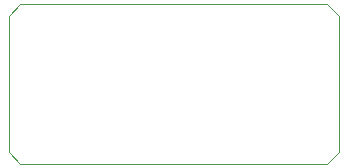
<source format=gbr>
%TF.GenerationSoftware,KiCad,Pcbnew,8.0.4-8.0.4-0~ubuntu20.04.1*%
%TF.CreationDate,2024-08-22T16:05:33+09:00*%
%TF.ProjectId,pcb_blheli_s,7063625f-626c-4686-956c-695f732e6b69,rev?*%
%TF.SameCoordinates,Original*%
%TF.FileFunction,Profile,NP*%
%FSLAX46Y46*%
G04 Gerber Fmt 4.6, Leading zero omitted, Abs format (unit mm)*
G04 Created by KiCad (PCBNEW 8.0.4-8.0.4-0~ubuntu20.04.1) date 2024-08-22 16:05:33*
%MOMM*%
%LPD*%
G01*
G04 APERTURE LIST*
%TA.AperFunction,Profile*%
%ADD10C,0.050000*%
%TD*%
G04 APERTURE END LIST*
D10*
X114300000Y-97200000D02*
X113300000Y-98200000D01*
X113300000Y-109700000D02*
X114300000Y-110700000D01*
X141300000Y-109700000D02*
X140300000Y-110700000D01*
X140300000Y-97200000D02*
X141300000Y-98200000D01*
X140300000Y-110700000D02*
X114300000Y-110700000D01*
X113300000Y-109700000D02*
X113300000Y-98200000D01*
X114300000Y-97200000D02*
X140300000Y-97200000D01*
X141300000Y-98200000D02*
X141300000Y-109700000D01*
M02*

</source>
